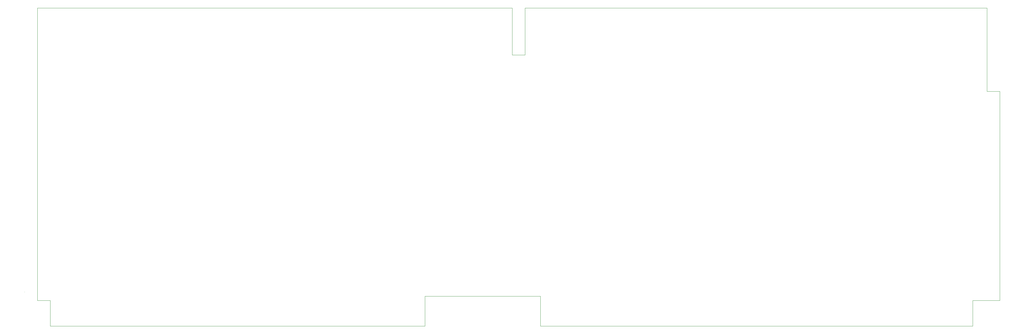
<source format=gbr>
G04 #@! TF.GenerationSoftware,KiCad,Pcbnew,(5.1.6)-1*
G04 #@! TF.CreationDate,2022-01-22T19:31:02+00:00*
G04 #@! TF.ProjectId,Daughterboard,44617567-6874-4657-9262-6f6172642e6b,rev?*
G04 #@! TF.SameCoordinates,Original*
G04 #@! TF.FileFunction,Profile,NP*
%FSLAX46Y46*%
G04 Gerber Fmt 4.6, Leading zero omitted, Abs format (unit mm)*
G04 Created by KiCad (PCBNEW (5.1.6)-1) date 2022-01-22 19:31:02*
%MOMM*%
%LPD*%
G01*
G04 APERTURE LIST*
G04 #@! TA.AperFunction,Profile*
%ADD10C,0.050000*%
G04 #@! TD*
G04 APERTURE END LIST*
D10*
X147066000Y-59563000D02*
X147066000Y-73533000D01*
X143256000Y-73533000D02*
X143256000Y-59563000D01*
X6096000Y-146558000D02*
X6096000Y-154178000D01*
X-1524000Y-144018000D02*
X-1524000Y-144018000D01*
X279971500Y-146558000D02*
X279971500Y-154178000D01*
X2286000Y-146558000D02*
X6096000Y-146558000D01*
X2286000Y-59563000D02*
X2286000Y-146558000D01*
X117348000Y-154178000D02*
X6096000Y-154178000D01*
X117348000Y-145288000D02*
X117348000Y-154178000D01*
X151638000Y-145288000D02*
X117348000Y-145288000D01*
X151638000Y-154178000D02*
X151638000Y-145288000D01*
X279971500Y-154178000D02*
X151638000Y-154178000D01*
X288036000Y-146558000D02*
X279971500Y-146558000D01*
X288036000Y-84328000D02*
X288036000Y-146558000D01*
X284226000Y-84328000D02*
X288036000Y-84328000D01*
X284226000Y-59563000D02*
X284226000Y-84328000D01*
X147066000Y-59563000D02*
X284226000Y-59563000D01*
X143256000Y-73533000D02*
X147066000Y-73533000D01*
X2286000Y-59563000D02*
X143256000Y-59563000D01*
M02*

</source>
